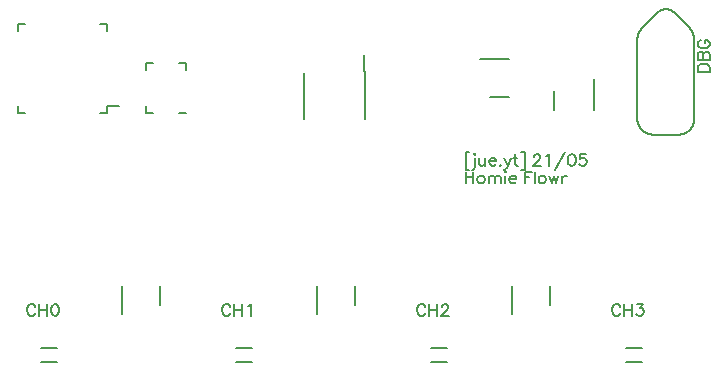
<source format=gto>
%FSLAX46Y46*%
%MOMM*%
%ADD10C,0.150000*%
G01*
G01*
%LPD*%
D10*
X64033632Y25919176D02*
X63033632Y25919176D01*
D10*
X63033632Y26252510D02*
X63033632Y25919176D01*
D10*
X63081248Y26395366D02*
X63033632Y26252510D01*
D10*
X63176488Y26490604D02*
X63081248Y26395366D01*
D10*
X63271724Y26538224D02*
X63176488Y26490604D01*
D10*
X63414584Y26585844D02*
X63271724Y26538224D01*
D10*
X63652680Y26585844D02*
X63414584Y26585844D01*
D10*
X63795536Y26538224D02*
X63652680Y26585844D01*
D10*
X63890772Y26490604D02*
X63795536Y26538224D01*
D10*
X63986012Y26395366D02*
X63890772Y26490604D01*
D10*
X64033632Y26252510D02*
X63986012Y26395366D01*
D10*
X64033632Y25919176D02*
X64033632Y26252510D01*
D10*
X64033632Y26919176D02*
X63033632Y26919176D01*
D10*
X63033632Y27347748D02*
X63033632Y26919176D01*
D10*
X63081248Y27490604D02*
X63033632Y27347748D01*
D10*
X63128868Y27538224D02*
X63081248Y27490604D01*
D10*
X63224108Y27585842D02*
X63128868Y27538224D01*
D10*
X63319344Y27585842D02*
X63224108Y27585842D01*
D10*
X63414584Y27538224D02*
X63319344Y27585842D01*
D10*
X63462200Y27490604D02*
X63414584Y27538224D01*
D10*
X63509820Y27347748D02*
X63462200Y27490604D01*
D10*
X63509820Y27347748D02*
X63509820Y26919176D01*
D10*
X63557440Y27490604D02*
X63509820Y27347748D01*
D10*
X63605060Y27538224D02*
X63557440Y27490604D01*
D10*
X63700296Y27585842D02*
X63605060Y27538224D01*
D10*
X63843156Y27585842D02*
X63700296Y27585842D01*
D10*
X63938392Y27538224D02*
X63843156Y27585842D01*
D10*
X63986012Y27490604D02*
X63938392Y27538224D01*
D10*
X64033632Y27347748D02*
X63986012Y27490604D01*
D10*
X64033632Y26919176D02*
X64033632Y27347748D01*
D10*
X63176488Y28538224D02*
X63271724Y28585842D01*
D10*
X63081248Y28442986D02*
X63176488Y28538224D01*
D10*
X63033632Y28347748D02*
X63081248Y28442986D01*
D10*
X63033632Y28157272D02*
X63033632Y28347748D01*
D10*
X63081248Y28062034D02*
X63033632Y28157272D01*
D10*
X63176488Y27966796D02*
X63081248Y28062034D01*
D10*
X63271724Y27919176D02*
X63176488Y27966796D01*
D10*
X63414584Y27871558D02*
X63271724Y27919176D01*
D10*
X63652680Y27871558D02*
X63414584Y27871558D01*
D10*
X63795536Y27919176D02*
X63652680Y27871558D01*
D10*
X63890772Y27966796D02*
X63795536Y27919176D01*
D10*
X63986012Y28062034D02*
X63890772Y27966796D01*
D10*
X64033632Y28157272D02*
X63986012Y28062034D01*
D10*
X64033632Y28347748D02*
X64033632Y28157272D01*
D10*
X63986012Y28442986D02*
X64033632Y28347748D01*
D10*
X63890772Y28538224D02*
X63986012Y28442986D01*
D10*
X63795536Y28585842D02*
X63890772Y28538224D01*
D10*
X63652680Y28585842D02*
X63795536Y28585842D01*
D10*
X63652680Y28585842D02*
X63652680Y28347748D01*
D10*
X6905524Y6095952D02*
X6953143Y6000714D01*
D10*
X6810285Y6191190D02*
X6905524Y6095952D01*
D10*
X6715047Y6238809D02*
X6810285Y6191190D01*
D10*
X6524571Y6238809D02*
X6715047Y6238809D01*
D10*
X6429333Y6191190D02*
X6524571Y6238809D01*
D10*
X6334095Y6095952D02*
X6429333Y6191190D01*
D10*
X6286476Y6000714D02*
X6334095Y6095952D01*
D10*
X6238857Y5857857D02*
X6286476Y6000714D01*
D10*
X6238857Y5619762D02*
X6238857Y5857857D01*
D10*
X6286476Y5476905D02*
X6238857Y5619762D01*
D10*
X6334095Y5381666D02*
X6286476Y5476905D01*
D10*
X6429333Y5286428D02*
X6334095Y5381666D01*
D10*
X6524571Y5238809D02*
X6429333Y5286428D01*
D10*
X6715047Y5238809D02*
X6524571Y5238809D01*
D10*
X6810285Y5286428D02*
X6715047Y5238809D01*
D10*
X6905524Y5381666D02*
X6810285Y5286428D01*
D10*
X6953143Y5476905D02*
X6905524Y5381666D01*
D10*
X7286476Y5238809D02*
X7286476Y6238809D01*
D10*
X7953143Y5238809D02*
X7953143Y6238809D01*
D10*
X7953143Y5762619D02*
X7286476Y5762619D01*
D10*
X8429333Y6191190D02*
X8572190Y6238809D01*
D10*
X8334095Y6048333D02*
X8429333Y6191190D01*
D10*
X8286476Y5810238D02*
X8334095Y6048333D01*
D10*
X8286476Y5667381D02*
X8286476Y5810238D01*
D10*
X8334095Y5429285D02*
X8286476Y5667381D01*
D10*
X8429333Y5286428D02*
X8334095Y5429285D01*
D10*
X8572190Y5238809D02*
X8429333Y5286428D01*
D10*
X8667428Y5238809D02*
X8572190Y5238809D01*
D10*
X8810286Y5286428D02*
X8667428Y5238809D01*
D10*
X8905524Y5429285D02*
X8810286Y5286428D01*
D10*
X8953143Y5667381D02*
X8905524Y5429285D01*
D10*
X8953143Y5810238D02*
X8953143Y5667381D01*
D10*
X8905524Y6048333D02*
X8953143Y5810238D01*
D10*
X8810286Y6191190D02*
X8905524Y6048333D01*
D10*
X8667428Y6238809D02*
X8810286Y6191190D01*
D10*
X8572190Y6238809D02*
X8667428Y6238809D01*
D10*
X56435524Y6095952D02*
X56483144Y6000714D01*
D10*
X56340284Y6191190D02*
X56435524Y6095952D01*
D10*
X56245048Y6238809D02*
X56340284Y6191190D01*
D10*
X56054572Y6238809D02*
X56245048Y6238809D01*
D10*
X55959332Y6191190D02*
X56054572Y6238809D01*
D10*
X55864096Y6095952D02*
X55959332Y6191190D01*
D10*
X55816476Y6000714D02*
X55864096Y6095952D01*
D10*
X55768856Y5857857D02*
X55816476Y6000714D01*
D10*
X55768856Y5619762D02*
X55768856Y5857857D01*
D10*
X55816476Y5476905D02*
X55768856Y5619762D01*
D10*
X55864096Y5381666D02*
X55816476Y5476905D01*
D10*
X55959332Y5286428D02*
X55864096Y5381666D01*
D10*
X56054572Y5238809D02*
X55959332Y5286428D01*
D10*
X56245048Y5238809D02*
X56054572Y5238809D01*
D10*
X56340284Y5286428D02*
X56245048Y5238809D01*
D10*
X56435524Y5381666D02*
X56340284Y5286428D01*
D10*
X56483144Y5476905D02*
X56435524Y5381666D01*
D10*
X56816476Y5238809D02*
X56816476Y6238809D01*
D10*
X57483144Y5238809D02*
X57483144Y6238809D01*
D10*
X57483144Y5762619D02*
X56816476Y5762619D01*
D10*
X58435524Y6238809D02*
X57911716Y6238809D01*
D10*
X58149808Y5857857D02*
X58435524Y6238809D01*
D10*
X58292668Y5857857D02*
X58149808Y5857857D01*
D10*
X58387904Y5810238D02*
X58292668Y5857857D01*
D10*
X58435524Y5762619D02*
X58387904Y5810238D01*
D10*
X58483144Y5619762D02*
X58435524Y5762619D01*
D10*
X58483144Y5524524D02*
X58483144Y5619762D01*
D10*
X58435524Y5381666D02*
X58483144Y5524524D01*
D10*
X58340284Y5286428D02*
X58435524Y5381666D01*
D10*
X58197428Y5238809D02*
X58340284Y5286428D01*
D10*
X58054572Y5238809D02*
X58197428Y5238809D01*
D10*
X57911716Y5286428D02*
X58054572Y5238809D01*
D10*
X57864096Y5334047D02*
X57911716Y5286428D01*
D10*
X57816476Y5429285D02*
X57864096Y5334047D01*
D10*
X39925524Y6095952D02*
X39973144Y6000714D01*
D10*
X39830284Y6191190D02*
X39925524Y6095952D01*
D10*
X39735048Y6238809D02*
X39830284Y6191190D01*
D10*
X39544572Y6238809D02*
X39735048Y6238809D01*
D10*
X39449332Y6191190D02*
X39544572Y6238809D01*
D10*
X39354096Y6095952D02*
X39449332Y6191190D01*
D10*
X39306476Y6000714D02*
X39354096Y6095952D01*
D10*
X39258856Y5857857D02*
X39306476Y6000714D01*
D10*
X39258856Y5619762D02*
X39258856Y5857857D01*
D10*
X39306476Y5476905D02*
X39258856Y5619762D01*
D10*
X39354096Y5381666D02*
X39306476Y5476905D01*
D10*
X39449332Y5286428D02*
X39354096Y5381666D01*
D10*
X39544572Y5238809D02*
X39449332Y5286428D01*
D10*
X39735048Y5238809D02*
X39544572Y5238809D01*
D10*
X39830284Y5286428D02*
X39735048Y5238809D01*
D10*
X39925524Y5381666D02*
X39830284Y5286428D01*
D10*
X39973144Y5476905D02*
X39925524Y5381666D01*
D10*
X40306476Y5238809D02*
X40306476Y6238809D01*
D10*
X40973144Y5238809D02*
X40973144Y6238809D01*
D10*
X40973144Y5762619D02*
X40306476Y5762619D01*
D10*
X41354096Y6048333D02*
X41354096Y6000714D01*
D10*
X41401716Y6143571D02*
X41354096Y6048333D01*
D10*
X41449332Y6191190D02*
X41401716Y6143571D01*
D10*
X41544572Y6238809D02*
X41449332Y6191190D01*
D10*
X41735048Y6238809D02*
X41544572Y6238809D01*
D10*
X41830284Y6191190D02*
X41735048Y6238809D01*
D10*
X41877904Y6143571D02*
X41830284Y6191190D01*
D10*
X41925524Y6048333D02*
X41877904Y6143571D01*
D10*
X41925524Y5953095D02*
X41925524Y6048333D01*
D10*
X41877904Y5857857D02*
X41925524Y5953095D01*
D10*
X41782668Y5715000D02*
X41877904Y5857857D01*
D10*
X41306476Y5238809D02*
X41782668Y5715000D01*
D10*
X41973144Y5238809D02*
X41306476Y5238809D01*
D10*
X43370476Y17605476D02*
X43370476Y19129286D01*
D10*
X43703808Y19129286D02*
X43370476Y19129286D01*
D10*
X43703808Y17605476D02*
X43370476Y17605476D01*
D10*
X44132380Y18891190D02*
X44084760Y18938810D01*
D10*
X44180000Y18938810D02*
X44132380Y18891190D01*
D10*
X44132380Y18986428D02*
X44180000Y18938810D01*
D10*
X44084760Y18938810D02*
X44132380Y18986428D01*
D10*
X44132380Y17795952D02*
X44132380Y18605476D01*
D10*
X44084760Y17653096D02*
X44132380Y17795952D01*
D10*
X43989524Y17605476D02*
X44084760Y17653096D01*
D10*
X43894284Y17605476D02*
X43989524Y17605476D01*
D10*
X44513332Y18129286D02*
X44513332Y18605476D01*
D10*
X44560952Y17986428D02*
X44513332Y18129286D01*
D10*
X44656192Y17938810D02*
X44560952Y17986428D01*
D10*
X44799048Y17938810D02*
X44656192Y17938810D01*
D10*
X44894284Y17986428D02*
X44799048Y17938810D01*
D10*
X45037144Y18129286D02*
X44894284Y17986428D01*
D10*
X45037144Y17938810D02*
X45037144Y18605476D01*
D10*
X45941904Y18319762D02*
X45370476Y18319762D01*
D10*
X45941904Y18415000D02*
X45941904Y18319762D01*
D10*
X45894284Y18510238D02*
X45941904Y18415000D01*
D10*
X45846668Y18557858D02*
X45894284Y18510238D01*
D10*
X45751428Y18605476D02*
X45846668Y18557858D01*
D10*
X45608572Y18605476D02*
X45751428Y18605476D01*
D10*
X45513332Y18557858D02*
X45608572Y18605476D01*
D10*
X45418096Y18462620D02*
X45513332Y18557858D01*
D10*
X45370476Y18319762D02*
X45418096Y18462620D01*
D10*
X45370476Y18224524D02*
X45370476Y18319762D01*
D10*
X45418096Y18081666D02*
X45370476Y18224524D01*
D10*
X45513332Y17986428D02*
X45418096Y18081666D01*
D10*
X45608572Y17938810D02*
X45513332Y17986428D01*
D10*
X45751428Y17938810D02*
X45608572Y17938810D01*
D10*
X45846668Y17986428D02*
X45751428Y17938810D01*
D10*
X45941904Y18081666D02*
X45846668Y17986428D01*
D10*
X46275240Y17986428D02*
X46322856Y18034048D01*
D10*
X46322856Y17938810D02*
X46275240Y17986428D01*
D10*
X46370476Y17986428D02*
X46322856Y17938810D01*
D10*
X46322856Y18034048D02*
X46370476Y17986428D01*
D10*
X46941904Y17938810D02*
X46656192Y18605476D01*
D10*
X46941904Y17938810D02*
X47227620Y18605476D01*
D10*
X46846668Y17748334D02*
X46941904Y17938810D01*
D10*
X46751428Y17653096D02*
X46846668Y17748334D01*
D10*
X46656192Y17605476D02*
X46751428Y17653096D01*
D10*
X46608572Y17605476D02*
X46656192Y17605476D01*
D10*
X47560952Y18129286D02*
X47560952Y18938810D01*
D10*
X47608572Y17986428D02*
X47560952Y18129286D01*
D10*
X47703808Y17938810D02*
X47608572Y17986428D01*
D10*
X47799048Y17938810D02*
X47703808Y17938810D01*
D10*
X47751428Y18605476D02*
X47418096Y18605476D01*
D10*
X48370476Y17605476D02*
X48370476Y19129286D01*
D10*
X48370476Y19129286D02*
X48037144Y19129286D01*
D10*
X48370476Y17605476D02*
X48037144Y17605476D01*
D10*
X49132380Y18748334D02*
X49132380Y18700714D01*
D10*
X49180000Y18843572D02*
X49132380Y18748334D01*
D10*
X49227620Y18891190D02*
X49180000Y18843572D01*
D10*
X49322856Y18938810D02*
X49227620Y18891190D01*
D10*
X49513332Y18938810D02*
X49322856Y18938810D01*
D10*
X49608572Y18891190D02*
X49513332Y18938810D01*
D10*
X49656192Y18843572D02*
X49608572Y18891190D01*
D10*
X49703808Y18748334D02*
X49656192Y18843572D01*
D10*
X49703808Y18653096D02*
X49703808Y18748334D01*
D10*
X49656192Y18557858D02*
X49703808Y18653096D01*
D10*
X49560952Y18415000D02*
X49656192Y18557858D01*
D10*
X49084760Y17938810D02*
X49560952Y18415000D01*
D10*
X49751428Y17938810D02*
X49084760Y17938810D01*
D10*
X50275240Y18795952D02*
X50180000Y18748334D01*
D10*
X50418096Y18938810D02*
X50275240Y18795952D01*
D10*
X50418096Y17938810D02*
X50418096Y18938810D01*
D10*
X50941904Y17605476D02*
X51799048Y19129286D01*
D10*
X52180000Y18891190D02*
X52322856Y18938810D01*
D10*
X52084760Y18748334D02*
X52180000Y18891190D01*
D10*
X52037144Y18510238D02*
X52084760Y18748334D01*
D10*
X52037144Y18367380D02*
X52037144Y18510238D01*
D10*
X52084760Y18129286D02*
X52037144Y18367380D01*
D10*
X52180000Y17986428D02*
X52084760Y18129286D01*
D10*
X52322856Y17938810D02*
X52180000Y17986428D01*
D10*
X52418096Y17938810D02*
X52322856Y17938810D01*
D10*
X52560952Y17986428D02*
X52418096Y17938810D01*
D10*
X52656192Y18129286D02*
X52560952Y17986428D01*
D10*
X52703808Y18367380D02*
X52656192Y18129286D01*
D10*
X52703808Y18510238D02*
X52703808Y18367380D01*
D10*
X52656192Y18748334D02*
X52703808Y18510238D01*
D10*
X52560952Y18891190D02*
X52656192Y18748334D01*
D10*
X52418096Y18938810D02*
X52560952Y18891190D01*
D10*
X52322856Y18938810D02*
X52418096Y18938810D01*
D10*
X53084760Y18938810D02*
X53560952Y18938810D01*
D10*
X53037144Y18510238D02*
X53084760Y18938810D01*
D10*
X53084760Y18557858D02*
X53037144Y18510238D01*
D10*
X53227620Y18605476D02*
X53084760Y18557858D01*
D10*
X53370476Y18605476D02*
X53227620Y18605476D01*
D10*
X53513332Y18557858D02*
X53370476Y18605476D01*
D10*
X53608572Y18462620D02*
X53513332Y18557858D01*
D10*
X53656192Y18319762D02*
X53608572Y18462620D01*
D10*
X53656192Y18224524D02*
X53656192Y18319762D01*
D10*
X53608572Y18081666D02*
X53656192Y18224524D01*
D10*
X53513332Y17986428D02*
X53608572Y18081666D01*
D10*
X53370476Y17938810D02*
X53513332Y17986428D01*
D10*
X53227620Y17938810D02*
X53370476Y17938810D01*
D10*
X53084760Y17986428D02*
X53227620Y17938810D01*
D10*
X53037144Y18034048D02*
X53084760Y17986428D01*
D10*
X52989524Y18129286D02*
X53037144Y18034048D01*
D10*
X43370476Y16438810D02*
X43370476Y17438810D01*
D10*
X44037144Y16438810D02*
X44037144Y17438810D01*
D10*
X44037144Y16962620D02*
X43370476Y16962620D01*
D10*
X44513332Y17057858D02*
X44608572Y17105476D01*
D10*
X44418096Y16962620D02*
X44513332Y17057858D01*
D10*
X44370476Y16819762D02*
X44418096Y16962620D01*
D10*
X44370476Y16724524D02*
X44370476Y16819762D01*
D10*
X44418096Y16581667D02*
X44370476Y16724524D01*
D10*
X44513332Y16486429D02*
X44418096Y16581667D01*
D10*
X44608572Y16438810D02*
X44513332Y16486429D01*
D10*
X44751428Y16438810D02*
X44608572Y16438810D01*
D10*
X44846668Y16486429D02*
X44751428Y16438810D01*
D10*
X44941904Y16581667D02*
X44846668Y16486429D01*
D10*
X44989524Y16724524D02*
X44941904Y16581667D01*
D10*
X44989524Y16819762D02*
X44989524Y16724524D01*
D10*
X44941904Y16962620D02*
X44989524Y16819762D01*
D10*
X44846668Y17057858D02*
X44941904Y16962620D01*
D10*
X44751428Y17105476D02*
X44846668Y17057858D01*
D10*
X44608572Y17105476D02*
X44751428Y17105476D01*
D10*
X45322856Y16438810D02*
X45322856Y17105476D01*
D10*
X45465716Y17057858D02*
X45322856Y16915000D01*
D10*
X45560952Y17105476D02*
X45465716Y17057858D01*
D10*
X45703808Y17105476D02*
X45560952Y17105476D01*
D10*
X45799048Y17057858D02*
X45703808Y17105476D01*
D10*
X45846668Y16915000D02*
X45799048Y17057858D01*
D10*
X45846668Y16438810D02*
X45846668Y16915000D01*
D10*
X45989524Y17057858D02*
X45846668Y16915000D01*
D10*
X46084760Y17105476D02*
X45989524Y17057858D01*
D10*
X46227620Y17105476D02*
X46084760Y17105476D01*
D10*
X46322856Y17057858D02*
X46227620Y17105476D01*
D10*
X46370476Y16915000D02*
X46322856Y17057858D01*
D10*
X46370476Y16438810D02*
X46370476Y16915000D01*
D10*
X46751428Y17391190D02*
X46703808Y17438810D01*
D10*
X46799048Y17438810D02*
X46751428Y17391190D01*
D10*
X46751428Y17486428D02*
X46799048Y17438810D01*
D10*
X46703808Y17438810D02*
X46751428Y17486428D01*
D10*
X46751428Y16438810D02*
X46751428Y17105476D01*
D10*
X47656192Y16819762D02*
X47084760Y16819762D01*
D10*
X47656192Y16915000D02*
X47656192Y16819762D01*
D10*
X47608572Y17010238D02*
X47656192Y16915000D01*
D10*
X47560952Y17057858D02*
X47608572Y17010238D01*
D10*
X47465712Y17105476D02*
X47560952Y17057858D01*
D10*
X47322856Y17105476D02*
X47465712Y17105476D01*
D10*
X47227620Y17057858D02*
X47322856Y17105476D01*
D10*
X47132380Y16962620D02*
X47227620Y17057858D01*
D10*
X47084760Y16819762D02*
X47132380Y16962620D01*
D10*
X47084760Y16724524D02*
X47084760Y16819762D01*
D10*
X47132380Y16581667D02*
X47084760Y16724524D01*
D10*
X47227620Y16486429D02*
X47132380Y16581667D01*
D10*
X47322856Y16438810D02*
X47227620Y16486429D01*
D10*
X47465712Y16438810D02*
X47322856Y16438810D01*
D10*
X47560952Y16486429D02*
X47465712Y16438810D01*
D10*
X47656192Y16581667D02*
X47560952Y16486429D01*
D10*
X48370476Y16438810D02*
X48370476Y17438810D01*
D10*
X48989524Y17438810D02*
X48370476Y17438810D01*
D10*
X48751428Y16962620D02*
X48370476Y16962620D01*
D10*
X49227620Y16438810D02*
X49227620Y17438810D01*
D10*
X49703808Y17057858D02*
X49799048Y17105476D01*
D10*
X49608572Y16962620D02*
X49703808Y17057858D01*
D10*
X49560952Y16819762D02*
X49608572Y16962620D01*
D10*
X49560952Y16724524D02*
X49560952Y16819762D01*
D10*
X49608572Y16581667D02*
X49560952Y16724524D01*
D10*
X49703808Y16486429D02*
X49608572Y16581667D01*
D10*
X49799048Y16438810D02*
X49703808Y16486429D01*
D10*
X49941904Y16438810D02*
X49799048Y16438810D01*
D10*
X50037144Y16486429D02*
X49941904Y16438810D01*
D10*
X50132380Y16581667D02*
X50037144Y16486429D01*
D10*
X50180000Y16724524D02*
X50132380Y16581667D01*
D10*
X50180000Y16819762D02*
X50180000Y16724524D01*
D10*
X50132380Y16962620D02*
X50180000Y16819762D01*
D10*
X50037144Y17057858D02*
X50132380Y16962620D01*
D10*
X49941904Y17105476D02*
X50037144Y17057858D01*
D10*
X49799048Y17105476D02*
X49941904Y17105476D01*
D10*
X50656192Y16438810D02*
X50465712Y17105476D01*
D10*
X50656192Y16438810D02*
X50846668Y17105476D01*
D10*
X51037144Y16438810D02*
X50846668Y17105476D01*
D10*
X51037144Y16438810D02*
X51227620Y17105476D01*
D10*
X51560952Y16438810D02*
X51560952Y17105476D01*
D10*
X51608572Y16962620D02*
X51560952Y16819762D01*
D10*
X51703808Y17057858D02*
X51608572Y16962620D01*
D10*
X51799048Y17105476D02*
X51703808Y17057858D01*
D10*
X51941904Y17105476D02*
X51799048Y17105476D01*
D10*
X23415524Y6095952D02*
X23463142Y6000714D01*
D10*
X23320286Y6191190D02*
X23415524Y6095952D01*
D10*
X23225048Y6238809D02*
X23320286Y6191190D01*
D10*
X23034572Y6238809D02*
X23225048Y6238809D01*
D10*
X22939334Y6191190D02*
X23034572Y6238809D01*
D10*
X22844096Y6095952D02*
X22939334Y6191190D01*
D10*
X22796476Y6000714D02*
X22844096Y6095952D01*
D10*
X22748858Y5857857D02*
X22796476Y6000714D01*
D10*
X22748858Y5619762D02*
X22748858Y5857857D01*
D10*
X22796476Y5476905D02*
X22748858Y5619762D01*
D10*
X22844096Y5381666D02*
X22796476Y5476905D01*
D10*
X22939334Y5286428D02*
X22844096Y5381666D01*
D10*
X23034572Y5238809D02*
X22939334Y5286428D01*
D10*
X23225048Y5238809D02*
X23034572Y5238809D01*
D10*
X23320286Y5286428D02*
X23225048Y5238809D01*
D10*
X23415524Y5381666D02*
X23320286Y5286428D01*
D10*
X23463142Y5476905D02*
X23415524Y5381666D01*
D10*
X23796476Y5238809D02*
X23796476Y6238809D01*
D10*
X24463142Y5238809D02*
X24463142Y6238809D01*
D10*
X24463142Y5762619D02*
X23796476Y5762619D01*
D10*
X25034572Y6095952D02*
X24939334Y6048333D01*
D10*
X25177428Y6238809D02*
X25034572Y6095952D01*
D10*
X25177428Y5238809D02*
X25177428Y6238809D01*
D10*
X25330000Y1305000D02*
X23930000Y1305000D01*
D10*
X25330000Y2505000D02*
X23930000Y2505000D01*
D10*
X13046000Y29337001D02*
X13046000Y29937000D01*
D10*
X6095999Y29937000D02*
X5496000Y29937000D01*
D10*
X13046000Y29937000D02*
X12446001Y29937000D01*
D10*
X5496000Y29937000D02*
X5496000Y29337001D01*
D10*
X13046000Y22387000D02*
X13046000Y22986999D01*
D10*
X12446001Y22387000D02*
X13046000Y22387000D01*
D10*
X5496000Y22387000D02*
X6095999Y22387000D01*
D10*
X13046000Y22986999D02*
X14033500Y22986999D01*
D10*
X5496000Y22986999D02*
X5496000Y22387000D01*
D10*
X47295000Y5385000D02*
X47295000Y7785000D01*
D10*
X50495000Y6185000D02*
X50495000Y7785000D01*
D10*
X16334000Y26011000D02*
X16334000Y26611000D01*
D10*
X16334000Y26611000D02*
X16934000Y26611000D01*
D10*
X19134000Y26611000D02*
X19734000Y26611000D01*
D10*
X19734000Y22411000D02*
X19134000Y22411000D01*
D10*
X19734000Y26611000D02*
X19734000Y26011000D01*
D10*
X16334000Y22411000D02*
X16334000Y23011000D01*
D10*
X16934000Y22411000D02*
X16334000Y22411000D01*
D10*
X14275000Y5385000D02*
X14275000Y7785000D01*
D10*
X17475000Y6185000D02*
X17475000Y7785000D01*
D10*
X8820000Y1305000D02*
X7420000Y1305000D01*
D10*
X8820000Y2505000D02*
X7420000Y2505000D01*
D10*
X58382971Y29711450D02*
X59547761Y30876239D01*
D10*
X61102239Y30876239D02*
X62267029Y29711450D01*
D10*
X62738000Y28575000D02*
X62738000Y21971000D01*
D10*
X57912000Y21971000D02*
X57912000Y28575000D01*
D10*
X61341000Y20574000D02*
X59309000Y20574000D01*
D10*
X62738000Y28575000D02*
X62737875Y28594724D01*
D10*
X62737875Y28594724D02*
X62737509Y28614445D01*
D10*
X62737509Y28614445D02*
X62736900Y28634160D01*
D10*
X62736900Y28634160D02*
X62736050Y28653866D01*
D10*
X62736050Y28653866D02*
X62734957Y28673560D01*
D10*
X62734957Y28673560D02*
X62733623Y28693240D01*
D10*
X62733623Y28693240D02*
X62732048Y28712901D01*
D10*
X62732048Y28712901D02*
X62730232Y28732542D01*
D10*
X62730232Y28732542D02*
X62728175Y28752159D01*
D10*
X62728175Y28752159D02*
X62725877Y28771749D01*
D10*
X62725877Y28771749D02*
X62723339Y28791310D01*
D10*
X62723339Y28791310D02*
X62720561Y28810837D01*
D10*
X62720561Y28810837D02*
X62717543Y28830330D01*
D10*
X62717543Y28830330D02*
X62714287Y28849784D01*
D10*
X62714287Y28849784D02*
X62710792Y28869196D01*
D10*
X62710792Y28869196D02*
X62707060Y28888564D01*
D10*
X62707060Y28888564D02*
X62703089Y28907885D01*
D10*
X62703089Y28907885D02*
X62698883Y28927156D01*
D10*
X62698883Y28927156D02*
X62694439Y28946373D01*
D10*
X62694439Y28946373D02*
X62689761Y28965535D01*
D10*
X62689761Y28965535D02*
X62684847Y28984637D01*
D10*
X62684847Y28984637D02*
X62679700Y29003678D01*
D10*
X62679700Y29003678D02*
X62674319Y29022655D01*
D10*
X62674319Y29022655D02*
X62668706Y29041564D01*
D10*
X62668706Y29041564D02*
X62662861Y29060402D01*
D10*
X62662861Y29060402D02*
X62656786Y29079168D01*
D10*
X62656786Y29079168D02*
X62650480Y29097857D01*
D10*
X62650480Y29097857D02*
X62643946Y29116468D01*
D10*
X62643946Y29116468D02*
X62637184Y29134997D01*
D10*
X62637184Y29134997D02*
X62630195Y29153442D01*
D10*
X62630195Y29153442D02*
X62622980Y29171800D01*
D10*
X62622980Y29171800D02*
X62615541Y29190067D01*
D10*
X62615541Y29190067D02*
X62607877Y29208242D01*
D10*
X62607877Y29208242D02*
X62599992Y29226322D01*
D10*
X62599992Y29226322D02*
X62591885Y29244303D01*
D10*
X62591885Y29244303D02*
X62583558Y29262184D01*
D10*
X62583558Y29262184D02*
X62575012Y29279961D01*
D10*
X62575012Y29279961D02*
X62566249Y29297632D01*
D10*
X62566249Y29297632D02*
X62557269Y29315194D01*
D10*
X62557269Y29315194D02*
X62548075Y29332645D01*
D10*
X62548075Y29332645D02*
X62538667Y29349981D01*
D10*
X62538667Y29349981D02*
X62529047Y29367201D01*
D10*
X62529047Y29367201D02*
X62519217Y29384301D01*
D10*
X62519217Y29384301D02*
X62509178Y29401279D01*
D10*
X62509178Y29401279D02*
X62498931Y29418133D01*
D10*
X62498931Y29418133D02*
X62488477Y29434860D01*
D10*
X62488477Y29434860D02*
X62477820Y29451457D01*
D10*
X62477820Y29451457D02*
X62466959Y29467923D01*
D10*
X62466959Y29467923D02*
X62455898Y29484253D01*
D10*
X62455898Y29484253D02*
X62444636Y29500447D01*
D10*
X62444636Y29500447D02*
X62433177Y29516502D01*
D10*
X62433177Y29516502D02*
X62421522Y29532414D01*
D10*
X62421522Y29532414D02*
X62409672Y29548182D01*
D10*
X62409672Y29548182D02*
X62397630Y29563804D01*
D10*
X62397630Y29563804D02*
X62385397Y29579277D01*
D10*
X62385397Y29579277D02*
X62372975Y29594598D01*
D10*
X62372975Y29594598D02*
X62360366Y29609766D01*
D10*
X62360366Y29609766D02*
X62347571Y29624778D01*
D10*
X62347571Y29624778D02*
X62334594Y29639632D01*
D10*
X62334594Y29639632D02*
X62321435Y29654326D01*
D10*
X62321435Y29654326D02*
X62308097Y29668857D01*
D10*
X62308097Y29668857D02*
X62294581Y29683223D01*
D10*
X62294581Y29683223D02*
X62280890Y29697422D01*
D10*
X62280890Y29697422D02*
X62267026Y29711452D01*
D10*
X61341000Y20574000D02*
X61375284Y20574421D01*
D10*
X61375284Y20574421D02*
X61409547Y20575683D01*
D10*
X61409547Y20575683D02*
X61443769Y20577785D01*
D10*
X61443769Y20577785D02*
X61477930Y20580727D01*
D10*
X61477930Y20580727D02*
X61512007Y20584506D01*
D10*
X61512007Y20584506D02*
X61545982Y20589121D01*
D10*
X61545982Y20589121D02*
X61579833Y20594567D01*
D10*
X61579833Y20594567D02*
X61613541Y20600843D01*
D10*
X61613541Y20600843D02*
X61647084Y20607944D01*
D10*
X61647084Y20607944D02*
X61680443Y20615867D01*
D10*
X61680443Y20615867D02*
X61713597Y20624605D01*
D10*
X61713597Y20624605D02*
X61746527Y20634155D01*
D10*
X61746527Y20634155D02*
X61779213Y20644509D01*
D10*
X61779213Y20644509D02*
X61811635Y20655663D01*
D10*
X61811635Y20655663D02*
X61843773Y20667609D01*
D10*
X61843773Y20667609D02*
X61875608Y20680341D01*
D10*
X61875608Y20680341D02*
X61907122Y20693849D01*
D10*
X61907122Y20693849D02*
X61938294Y20708127D01*
D10*
X61938294Y20708127D02*
X61969107Y20723166D01*
D10*
X61969107Y20723166D02*
X61999541Y20738956D01*
D10*
X61999541Y20738956D02*
X62029578Y20755489D01*
D10*
X62029578Y20755489D02*
X62059201Y20772753D01*
D10*
X62059201Y20772753D02*
X62088391Y20790740D01*
D10*
X62088391Y20790740D02*
X62117131Y20809437D01*
D10*
X62117131Y20809437D02*
X62145404Y20828834D01*
D10*
X62145404Y20828834D02*
X62173192Y20848919D01*
D10*
X62173192Y20848919D02*
X62200478Y20869680D01*
D10*
X62200478Y20869680D02*
X62227247Y20891105D01*
D10*
X62227247Y20891105D02*
X62253482Y20913180D01*
D10*
X62253482Y20913180D02*
X62279168Y20935892D01*
D10*
X62279168Y20935892D02*
X62304288Y20959227D01*
D10*
X62304288Y20959227D02*
X62328828Y20983172D01*
D10*
X62328828Y20983172D02*
X62352773Y21007712D01*
D10*
X62352773Y21007712D02*
X62376109Y21032833D01*
D10*
X62376109Y21032833D02*
X62398821Y21058518D01*
D10*
X62398821Y21058518D02*
X62420895Y21084753D01*
D10*
X62420895Y21084753D02*
X62442320Y21111522D01*
D10*
X62442320Y21111522D02*
X62463081Y21138809D01*
D10*
X62463081Y21138809D02*
X62483166Y21166596D01*
D10*
X62483166Y21166596D02*
X62502563Y21194869D01*
D10*
X62502563Y21194869D02*
X62521260Y21223609D01*
D10*
X62521260Y21223609D02*
X62539247Y21252799D01*
D10*
X62539247Y21252799D02*
X62556511Y21282422D01*
D10*
X62556511Y21282422D02*
X62573044Y21312459D01*
D10*
X62573044Y21312459D02*
X62588834Y21342893D01*
D10*
X62588834Y21342893D02*
X62603873Y21373706D01*
D10*
X62603873Y21373706D02*
X62618151Y21404878D01*
D10*
X62618151Y21404878D02*
X62631659Y21436391D01*
D10*
X62631659Y21436391D02*
X62644391Y21468227D01*
D10*
X62644391Y21468227D02*
X62656337Y21500365D01*
D10*
X62656337Y21500365D02*
X62667490Y21532786D01*
D10*
X62667490Y21532786D02*
X62677845Y21565472D01*
D10*
X62677845Y21565472D02*
X62687395Y21598402D01*
D10*
X62687395Y21598402D02*
X62696133Y21631556D01*
D10*
X62696133Y21631556D02*
X62704055Y21664915D01*
D10*
X62704055Y21664915D02*
X62711157Y21698458D01*
D10*
X62711157Y21698458D02*
X62717432Y21732166D01*
D10*
X62717432Y21732166D02*
X62722879Y21766017D01*
D10*
X62722879Y21766017D02*
X62727493Y21799992D01*
D10*
X62727493Y21799992D02*
X62731273Y21834069D01*
D10*
X62731273Y21834069D02*
X62734214Y21868230D01*
D10*
X62734214Y21868230D02*
X62736317Y21902452D01*
D10*
X62736317Y21902452D02*
X62737579Y21936715D01*
D10*
X62737579Y21936715D02*
X62738000Y21970999D01*
D10*
X61102238Y30876239D02*
X61082930Y30895079D01*
D10*
X61082930Y30895079D02*
X61063165Y30913440D01*
D10*
X61063165Y30913440D02*
X61042955Y30931310D01*
D10*
X61042955Y30931310D02*
X61022313Y30948679D01*
D10*
X61022313Y30948679D02*
X61001251Y30965536D01*
D10*
X61001251Y30965536D02*
X60979781Y30981871D01*
D10*
X60979781Y30981871D02*
X60957917Y30997675D01*
D10*
X60957917Y30997675D02*
X60935672Y31012936D01*
D10*
X60935672Y31012936D02*
X60913059Y31027648D01*
D10*
X60913059Y31027648D02*
X60890091Y31041800D01*
D10*
X60890091Y31041800D02*
X60866784Y31055384D01*
D10*
X60866784Y31055384D02*
X60843149Y31068392D01*
D10*
X60843149Y31068392D02*
X60819203Y31080816D01*
D10*
X60819203Y31080816D02*
X60794959Y31092649D01*
D10*
X60794959Y31092649D02*
X60770432Y31103883D01*
D10*
X60770432Y31103883D02*
X60745637Y31114512D01*
D10*
X60745637Y31114512D02*
X60720588Y31124529D01*
D10*
X60720588Y31124529D02*
X60695301Y31133928D01*
D10*
X60695301Y31133928D02*
X60669791Y31142704D01*
D10*
X60669791Y31142704D02*
X60644074Y31150852D01*
D10*
X60644074Y31150852D02*
X60618164Y31158365D01*
D10*
X60618164Y31158365D02*
X60592077Y31165241D01*
D10*
X60592077Y31165241D02*
X60565830Y31171474D01*
D10*
X60565830Y31171474D02*
X60539437Y31177062D01*
D10*
X60539437Y31177062D02*
X60512916Y31181999D01*
D10*
X60512916Y31181999D02*
X60486281Y31186285D01*
D10*
X60486281Y31186285D02*
X60459549Y31189916D01*
D10*
X60459549Y31189916D02*
X60432736Y31192889D01*
D10*
X60432736Y31192889D02*
X60405858Y31195204D01*
D10*
X60405858Y31195204D02*
X60378932Y31196858D01*
D10*
X60378932Y31196858D02*
X60351972Y31197851D01*
D10*
X60351972Y31197851D02*
X60324998Y31198182D01*
D10*
X60324998Y31198182D02*
X60298023Y31197851D01*
D10*
X60298023Y31197851D02*
X60271064Y31196858D01*
D10*
X60271064Y31196858D02*
X60244137Y31195203D01*
D10*
X60244137Y31195203D02*
X60217259Y31192889D01*
D10*
X60217259Y31192889D02*
X60190446Y31189915D01*
D10*
X60190446Y31189915D02*
X60163714Y31186284D01*
D10*
X60163714Y31186284D02*
X60137079Y31181999D01*
D10*
X60137079Y31181999D02*
X60110558Y31177061D01*
D10*
X60110558Y31177061D02*
X60084165Y31171473D01*
D10*
X60084165Y31171473D02*
X60057918Y31165240D01*
D10*
X60057918Y31165240D02*
X60031831Y31158364D01*
D10*
X60031831Y31158364D02*
X60005922Y31150850D01*
D10*
X60005922Y31150850D02*
X59980204Y31142703D01*
D10*
X59980204Y31142703D02*
X59954694Y31133927D01*
D10*
X59954694Y31133927D02*
X59929407Y31124527D01*
D10*
X59929407Y31124527D02*
X59904358Y31114510D01*
D10*
X59904358Y31114510D02*
X59879563Y31103881D01*
D10*
X59879563Y31103881D02*
X59855036Y31092647D01*
D10*
X59855036Y31092647D02*
X59830792Y31080814D01*
D10*
X59830792Y31080814D02*
X59806846Y31068390D01*
D10*
X59806846Y31068390D02*
X59783212Y31055382D01*
D10*
X59783212Y31055382D02*
X59759904Y31041797D01*
D10*
X59759904Y31041797D02*
X59736937Y31027645D01*
D10*
X59736937Y31027645D02*
X59714324Y31012934D01*
D10*
X59714324Y31012934D02*
X59692079Y30997672D01*
D10*
X59692079Y30997672D02*
X59670215Y30981868D01*
D10*
X59670215Y30981868D02*
X59648745Y30965533D01*
D10*
X59648745Y30965533D02*
X59627683Y30948676D01*
D10*
X59627683Y30948676D02*
X59607041Y30931307D01*
D10*
X59607041Y30931307D02*
X59586832Y30913437D01*
D10*
X59586832Y30913437D02*
X59567067Y30895076D01*
D10*
X59567067Y30895076D02*
X59547758Y30876235D01*
D10*
X58382972Y29711450D02*
X58369108Y29697420D01*
D10*
X58369108Y29697420D02*
X58355417Y29683220D01*
D10*
X58355417Y29683220D02*
X58341901Y29668854D01*
D10*
X58341901Y29668854D02*
X58328563Y29654323D01*
D10*
X58328563Y29654323D02*
X58315404Y29639630D01*
D10*
X58315404Y29639630D02*
X58302427Y29624776D01*
D10*
X58302427Y29624776D02*
X58289633Y29609764D01*
D10*
X58289633Y29609764D02*
X58277024Y29594596D01*
D10*
X58277024Y29594596D02*
X58264602Y29579275D01*
D10*
X58264602Y29579275D02*
X58252368Y29563802D01*
D10*
X58252368Y29563802D02*
X58240326Y29548180D01*
D10*
X58240326Y29548180D02*
X58228476Y29532412D01*
D10*
X58228476Y29532412D02*
X58216821Y29516499D01*
D10*
X58216821Y29516499D02*
X58205362Y29500445D01*
D10*
X58205362Y29500445D02*
X58194101Y29484251D01*
D10*
X58194101Y29484251D02*
X58183039Y29467920D01*
D10*
X58183039Y29467920D02*
X58172179Y29451455D01*
D10*
X58172179Y29451455D02*
X58161521Y29434857D01*
D10*
X58161521Y29434857D02*
X58151068Y29418131D01*
D10*
X58151068Y29418131D02*
X58140821Y29401277D01*
D10*
X58140821Y29401277D02*
X58130782Y29384298D01*
D10*
X58130782Y29384298D02*
X58120951Y29367198D01*
D10*
X58120951Y29367198D02*
X58111331Y29349978D01*
D10*
X58111331Y29349978D02*
X58101924Y29332642D01*
D10*
X58101924Y29332642D02*
X58092729Y29315191D01*
D10*
X58092729Y29315191D02*
X58083750Y29297629D01*
D10*
X58083750Y29297629D02*
X58074987Y29279958D01*
D10*
X58074987Y29279958D02*
X58066441Y29262181D01*
D10*
X58066441Y29262181D02*
X58058114Y29244301D01*
D10*
X58058114Y29244301D02*
X58050007Y29226319D01*
D10*
X58050007Y29226319D02*
X58042122Y29208240D01*
D10*
X58042122Y29208240D02*
X58034459Y29190065D01*
D10*
X58034459Y29190065D02*
X58027019Y29171797D01*
D10*
X58027019Y29171797D02*
X58019804Y29153439D01*
D10*
X58019804Y29153439D02*
X58012815Y29134994D01*
D10*
X58012815Y29134994D02*
X58006053Y29116465D01*
D10*
X58006053Y29116465D02*
X57999519Y29097854D01*
D10*
X57999519Y29097854D02*
X57993214Y29079165D01*
D10*
X57993214Y29079165D02*
X57987138Y29060399D01*
D10*
X57987138Y29060399D02*
X57981293Y29041561D01*
D10*
X57981293Y29041561D02*
X57975680Y29022652D01*
D10*
X57975680Y29022652D02*
X57970299Y29003675D01*
D10*
X57970299Y29003675D02*
X57965152Y28984635D01*
D10*
X57965152Y28984635D02*
X57960239Y28965532D01*
D10*
X57960239Y28965532D02*
X57955560Y28946370D01*
D10*
X57955560Y28946370D02*
X57951117Y28927153D01*
D10*
X57951117Y28927153D02*
X57946910Y28907882D01*
D10*
X57946910Y28907882D02*
X57942940Y28888561D01*
D10*
X57942940Y28888561D02*
X57939207Y28869193D01*
D10*
X57939207Y28869193D02*
X57935712Y28849781D01*
D10*
X57935712Y28849781D02*
X57932456Y28830327D01*
D10*
X57932456Y28830327D02*
X57929439Y28810834D01*
D10*
X57929439Y28810834D02*
X57926661Y28791307D01*
D10*
X57926661Y28791307D02*
X57924123Y28771746D01*
D10*
X57924123Y28771746D02*
X57921825Y28752156D01*
D10*
X57921825Y28752156D02*
X57919768Y28732539D01*
D10*
X57919768Y28732539D02*
X57917952Y28712898D01*
D10*
X57917952Y28712898D02*
X57916376Y28693237D01*
D10*
X57916376Y28693237D02*
X57915043Y28673557D01*
D10*
X57915043Y28673557D02*
X57913951Y28653863D01*
D10*
X57913951Y28653863D02*
X57913100Y28634157D01*
D10*
X57913100Y28634157D02*
X57912492Y28614442D01*
D10*
X57912492Y28614442D02*
X57912125Y28594721D01*
D10*
X57912125Y28594721D02*
X57912000Y28574997D01*
D10*
X57912000Y21971000D02*
X57912421Y21936716D01*
D10*
X57912421Y21936716D02*
X57913683Y21902453D01*
D10*
X57913683Y21902453D02*
X57915786Y21868230D01*
D10*
X57915786Y21868230D02*
X57918727Y21834070D01*
D10*
X57918727Y21834070D02*
X57922506Y21799992D01*
D10*
X57922506Y21799992D02*
X57927121Y21766017D01*
D10*
X57927121Y21766017D02*
X57932568Y21732166D01*
D10*
X57932568Y21732166D02*
X57938843Y21698458D01*
D10*
X57938843Y21698458D02*
X57945945Y21664915D01*
D10*
X57945945Y21664915D02*
X57953867Y21631556D01*
D10*
X57953867Y21631556D02*
X57962605Y21598401D01*
D10*
X57962605Y21598401D02*
X57972155Y21565471D01*
D10*
X57972155Y21565471D02*
X57982510Y21532786D01*
D10*
X57982510Y21532786D02*
X57993664Y21500364D01*
D10*
X57993664Y21500364D02*
X58005610Y21468225D01*
D10*
X58005610Y21468225D02*
X58018341Y21436390D01*
D10*
X58018341Y21436390D02*
X58031850Y21404877D01*
D10*
X58031850Y21404877D02*
X58046128Y21373704D01*
D10*
X58046128Y21373704D02*
X58061167Y21342892D01*
D10*
X58061167Y21342892D02*
X58076957Y21312457D01*
D10*
X58076957Y21312457D02*
X58093490Y21282420D01*
D10*
X58093490Y21282420D02*
X58110755Y21252797D01*
D10*
X58110755Y21252797D02*
X58128741Y21223607D01*
D10*
X58128741Y21223607D02*
X58147439Y21194867D01*
D10*
X58147439Y21194867D02*
X58166836Y21166594D01*
D10*
X58166836Y21166594D02*
X58186921Y21138806D01*
D10*
X58186921Y21138806D02*
X58207682Y21111520D01*
D10*
X58207682Y21111520D02*
X58229107Y21084751D01*
D10*
X58229107Y21084751D02*
X58251182Y21058516D01*
D10*
X58251182Y21058516D02*
X58273894Y21032830D01*
D10*
X58273894Y21032830D02*
X58297229Y21007710D01*
D10*
X58297229Y21007710D02*
X58321174Y20983170D01*
D10*
X58321174Y20983170D02*
X58345715Y20959225D01*
D10*
X58345715Y20959225D02*
X58370835Y20935889D01*
D10*
X58370835Y20935889D02*
X58396521Y20913177D01*
D10*
X58396521Y20913177D02*
X58422756Y20891102D01*
D10*
X58422756Y20891102D02*
X58449525Y20869678D01*
D10*
X58449525Y20869678D02*
X58476811Y20848917D01*
D10*
X58476811Y20848917D02*
X58504599Y20828832D01*
D10*
X58504599Y20828832D02*
X58532872Y20809435D01*
D10*
X58532872Y20809435D02*
X58561612Y20790738D01*
D10*
X58561612Y20790738D02*
X58590802Y20772751D01*
D10*
X58590802Y20772751D02*
X58620425Y20755487D01*
D10*
X58620425Y20755487D02*
X58650463Y20738954D01*
D10*
X58650463Y20738954D02*
X58680897Y20723164D01*
D10*
X58680897Y20723164D02*
X58711710Y20708125D01*
D10*
X58711710Y20708125D02*
X58742883Y20693847D01*
D10*
X58742883Y20693847D02*
X58774396Y20680339D01*
D10*
X58774396Y20680339D02*
X58806232Y20667608D01*
D10*
X58806232Y20667608D02*
X58838370Y20655661D01*
D10*
X58838370Y20655661D02*
X58870792Y20644508D01*
D10*
X58870792Y20644508D02*
X58903478Y20634153D01*
D10*
X58903478Y20634153D02*
X58936408Y20624604D01*
D10*
X58936408Y20624604D02*
X58969562Y20615865D01*
D10*
X58969562Y20615865D02*
X59002921Y20607943D01*
D10*
X59002921Y20607943D02*
X59036465Y20600842D01*
D10*
X59036465Y20600842D02*
X59070172Y20594566D01*
D10*
X59070172Y20594566D02*
X59104024Y20589120D01*
D10*
X59104024Y20589120D02*
X59137998Y20584506D01*
D10*
X59137998Y20584506D02*
X59172076Y20580727D01*
D10*
X59172076Y20580727D02*
X59206237Y20577785D01*
D10*
X59206237Y20577785D02*
X59240459Y20575683D01*
D10*
X59240459Y20575683D02*
X59274722Y20574421D01*
D10*
X59274722Y20574421D02*
X59309007Y20574000D01*
D10*
X30785000Y5385000D02*
X30785000Y7785000D01*
D10*
X33985000Y6185000D02*
X33985000Y7785000D01*
D10*
X44628000Y27000000D02*
X47028000Y27000000D01*
D10*
X45428000Y23800000D02*
X47028000Y23800000D01*
D10*
X58350000Y1305000D02*
X56950000Y1305000D01*
D10*
X58350000Y2505000D02*
X56950000Y2505000D01*
D10*
X41840000Y1305000D02*
X40440000Y1305000D01*
D10*
X41840000Y2505000D02*
X40440000Y2505000D01*
D10*
X50878000Y24295000D02*
X50878000Y22695000D01*
D10*
X54278000Y25295000D02*
X54278000Y22695000D01*
D10*
X34758000Y25976000D02*
X34758000Y27276000D01*
D10*
X29658000Y25825999D02*
X29658000Y21926001D01*
D10*
X34858000Y25976000D02*
X34758000Y25976000D01*
D10*
X34858000Y25976000D02*
X34858000Y21926000D01*
G75*
M02*

</source>
